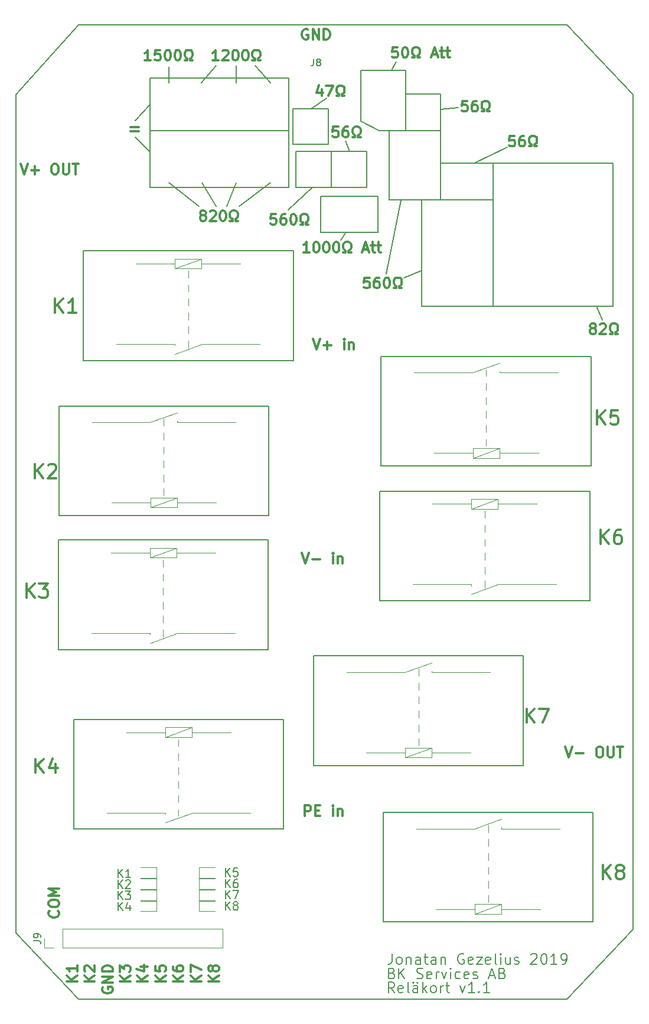
<source format=gbr>
G04 #@! TF.GenerationSoftware,KiCad,Pcbnew,(5.1.0)-1*
G04 #@! TF.CreationDate,2019-05-23T16:07:12+02:00*
G04 #@! TF.ProjectId,relay_card,72656c61-795f-4636-9172-642e6b696361,1.1*
G04 #@! TF.SameCoordinates,Original*
G04 #@! TF.FileFunction,Legend,Top*
G04 #@! TF.FilePolarity,Positive*
%FSLAX46Y46*%
G04 Gerber Fmt 4.6, Leading zero omitted, Abs format (unit mm)*
G04 Created by KiCad (PCBNEW (5.1.0)-1) date 2019-05-23 16:07:12*
%MOMM*%
%LPD*%
G04 APERTURE LIST*
%ADD10C,0.200000*%
%ADD11C,0.300000*%
%ADD12C,0.150000*%
%ADD13C,0.120000*%
G04 APERTURE END LIST*
D10*
X47314285Y-142342857D02*
X47314285Y-141142857D01*
X48000000Y-142342857D02*
X47485714Y-141657142D01*
X48000000Y-141142857D02*
X47314285Y-141828571D01*
X48685714Y-141657142D02*
X48571428Y-141600000D01*
X48514285Y-141542857D01*
X48457142Y-141428571D01*
X48457142Y-141371428D01*
X48514285Y-141257142D01*
X48571428Y-141200000D01*
X48685714Y-141142857D01*
X48914285Y-141142857D01*
X49028571Y-141200000D01*
X49085714Y-141257142D01*
X49142857Y-141371428D01*
X49142857Y-141428571D01*
X49085714Y-141542857D01*
X49028571Y-141600000D01*
X48914285Y-141657142D01*
X48685714Y-141657142D01*
X48571428Y-141714285D01*
X48514285Y-141771428D01*
X48457142Y-141885714D01*
X48457142Y-142114285D01*
X48514285Y-142228571D01*
X48571428Y-142285714D01*
X48685714Y-142342857D01*
X48914285Y-142342857D01*
X49028571Y-142285714D01*
X49085714Y-142228571D01*
X49142857Y-142114285D01*
X49142857Y-141885714D01*
X49085714Y-141771428D01*
X49028571Y-141714285D01*
X48914285Y-141657142D01*
X47314285Y-140742857D02*
X47314285Y-139542857D01*
X48000000Y-140742857D02*
X47485714Y-140057142D01*
X48000000Y-139542857D02*
X47314285Y-140228571D01*
X48400000Y-139542857D02*
X49200000Y-139542857D01*
X48685714Y-140742857D01*
X47314285Y-139142857D02*
X47314285Y-137942857D01*
X48000000Y-139142857D02*
X47485714Y-138457142D01*
X48000000Y-137942857D02*
X47314285Y-138628571D01*
X49028571Y-137942857D02*
X48800000Y-137942857D01*
X48685714Y-138000000D01*
X48628571Y-138057142D01*
X48514285Y-138228571D01*
X48457142Y-138457142D01*
X48457142Y-138914285D01*
X48514285Y-139028571D01*
X48571428Y-139085714D01*
X48685714Y-139142857D01*
X48914285Y-139142857D01*
X49028571Y-139085714D01*
X49085714Y-139028571D01*
X49142857Y-138914285D01*
X49142857Y-138628571D01*
X49085714Y-138514285D01*
X49028571Y-138457142D01*
X48914285Y-138400000D01*
X48685714Y-138400000D01*
X48571428Y-138457142D01*
X48514285Y-138514285D01*
X48457142Y-138628571D01*
X47314285Y-137542857D02*
X47314285Y-136342857D01*
X48000000Y-137542857D02*
X47485714Y-136857142D01*
X48000000Y-136342857D02*
X47314285Y-137028571D01*
X49085714Y-136342857D02*
X48514285Y-136342857D01*
X48457142Y-136914285D01*
X48514285Y-136857142D01*
X48628571Y-136800000D01*
X48914285Y-136800000D01*
X49028571Y-136857142D01*
X49085714Y-136914285D01*
X49142857Y-137028571D01*
X49142857Y-137314285D01*
X49085714Y-137428571D01*
X49028571Y-137485714D01*
X48914285Y-137542857D01*
X48628571Y-137542857D01*
X48514285Y-137485714D01*
X48457142Y-137428571D01*
X31901785Y-142442857D02*
X31901785Y-141242857D01*
X32587500Y-142442857D02*
X32073214Y-141757142D01*
X32587500Y-141242857D02*
X31901785Y-141928571D01*
X33616071Y-141642857D02*
X33616071Y-142442857D01*
X33330357Y-141185714D02*
X33044642Y-142042857D01*
X33787500Y-142042857D01*
X31901785Y-140842857D02*
X31901785Y-139642857D01*
X32587500Y-140842857D02*
X32073214Y-140157142D01*
X32587500Y-139642857D02*
X31901785Y-140328571D01*
X32987500Y-139642857D02*
X33730357Y-139642857D01*
X33330357Y-140100000D01*
X33501785Y-140100000D01*
X33616071Y-140157142D01*
X33673214Y-140214285D01*
X33730357Y-140328571D01*
X33730357Y-140614285D01*
X33673214Y-140728571D01*
X33616071Y-140785714D01*
X33501785Y-140842857D01*
X33158928Y-140842857D01*
X33044642Y-140785714D01*
X32987500Y-140728571D01*
X31901785Y-139242857D02*
X31901785Y-138042857D01*
X32587500Y-139242857D02*
X32073214Y-138557142D01*
X32587500Y-138042857D02*
X31901785Y-138728571D01*
X33044642Y-138157142D02*
X33101785Y-138100000D01*
X33216071Y-138042857D01*
X33501785Y-138042857D01*
X33616071Y-138100000D01*
X33673214Y-138157142D01*
X33730357Y-138271428D01*
X33730357Y-138385714D01*
X33673214Y-138557142D01*
X32987500Y-139242857D01*
X33730357Y-139242857D01*
X31914285Y-137642857D02*
X31914285Y-136442857D01*
X32600000Y-137642857D02*
X32085714Y-136957142D01*
X32600000Y-136442857D02*
X31914285Y-137128571D01*
X33742857Y-137642857D02*
X33057142Y-137642857D01*
X33400000Y-137642857D02*
X33400000Y-136442857D01*
X33285714Y-136614285D01*
X33171428Y-136728571D01*
X33057142Y-136785714D01*
D11*
X46378571Y-152566428D02*
X44878571Y-152566428D01*
X46378571Y-151709285D02*
X45521428Y-152352142D01*
X44878571Y-151709285D02*
X45735714Y-152566428D01*
X45521428Y-150852142D02*
X45450000Y-150995000D01*
X45378571Y-151066428D01*
X45235714Y-151137857D01*
X45164285Y-151137857D01*
X45021428Y-151066428D01*
X44950000Y-150995000D01*
X44878571Y-150852142D01*
X44878571Y-150566428D01*
X44950000Y-150423571D01*
X45021428Y-150352142D01*
X45164285Y-150280714D01*
X45235714Y-150280714D01*
X45378571Y-150352142D01*
X45450000Y-150423571D01*
X45521428Y-150566428D01*
X45521428Y-150852142D01*
X45592857Y-150995000D01*
X45664285Y-151066428D01*
X45807142Y-151137857D01*
X46092857Y-151137857D01*
X46235714Y-151066428D01*
X46307142Y-150995000D01*
X46378571Y-150852142D01*
X46378571Y-150566428D01*
X46307142Y-150423571D01*
X46235714Y-150352142D01*
X46092857Y-150280714D01*
X45807142Y-150280714D01*
X45664285Y-150352142D01*
X45592857Y-150423571D01*
X45521428Y-150566428D01*
X43878571Y-152566428D02*
X42378571Y-152566428D01*
X43878571Y-151709285D02*
X43021428Y-152352142D01*
X42378571Y-151709285D02*
X43235714Y-152566428D01*
X42378571Y-151209285D02*
X42378571Y-150209285D01*
X43878571Y-150852142D01*
X41278571Y-152566428D02*
X39778571Y-152566428D01*
X41278571Y-151709285D02*
X40421428Y-152352142D01*
X39778571Y-151709285D02*
X40635714Y-152566428D01*
X39778571Y-150423571D02*
X39778571Y-150709285D01*
X39850000Y-150852142D01*
X39921428Y-150923571D01*
X40135714Y-151066428D01*
X40421428Y-151137857D01*
X40992857Y-151137857D01*
X41135714Y-151066428D01*
X41207142Y-150995000D01*
X41278571Y-150852142D01*
X41278571Y-150566428D01*
X41207142Y-150423571D01*
X41135714Y-150352142D01*
X40992857Y-150280714D01*
X40635714Y-150280714D01*
X40492857Y-150352142D01*
X40421428Y-150423571D01*
X40350000Y-150566428D01*
X40350000Y-150852142D01*
X40421428Y-150995000D01*
X40492857Y-151066428D01*
X40635714Y-151137857D01*
X38778571Y-152566428D02*
X37278571Y-152566428D01*
X38778571Y-151709285D02*
X37921428Y-152352142D01*
X37278571Y-151709285D02*
X38135714Y-152566428D01*
X37278571Y-150352142D02*
X37278571Y-151066428D01*
X37992857Y-151137857D01*
X37921428Y-151066428D01*
X37850000Y-150923571D01*
X37850000Y-150566428D01*
X37921428Y-150423571D01*
X37992857Y-150352142D01*
X38135714Y-150280714D01*
X38492857Y-150280714D01*
X38635714Y-150352142D01*
X38707142Y-150423571D01*
X38778571Y-150566428D01*
X38778571Y-150923571D01*
X38707142Y-151066428D01*
X38635714Y-151137857D01*
X36178571Y-152566428D02*
X34678571Y-152566428D01*
X36178571Y-151709285D02*
X35321428Y-152352142D01*
X34678571Y-151709285D02*
X35535714Y-152566428D01*
X35178571Y-150423571D02*
X36178571Y-150423571D01*
X34607142Y-150780714D02*
X35678571Y-151137857D01*
X35678571Y-150209285D01*
X33678571Y-152566428D02*
X32178571Y-152566428D01*
X33678571Y-151709285D02*
X32821428Y-152352142D01*
X32178571Y-151709285D02*
X33035714Y-152566428D01*
X32178571Y-151209285D02*
X32178571Y-150280714D01*
X32750000Y-150780714D01*
X32750000Y-150566428D01*
X32821428Y-150423571D01*
X32892857Y-150352142D01*
X33035714Y-150280714D01*
X33392857Y-150280714D01*
X33535714Y-150352142D01*
X33607142Y-150423571D01*
X33678571Y-150566428D01*
X33678571Y-150995000D01*
X33607142Y-151137857D01*
X33535714Y-151209285D01*
X28578571Y-152566428D02*
X27078571Y-152566428D01*
X28578571Y-151709285D02*
X27721428Y-152352142D01*
X27078571Y-151709285D02*
X27935714Y-152566428D01*
X27221428Y-151137857D02*
X27150000Y-151066428D01*
X27078571Y-150923571D01*
X27078571Y-150566428D01*
X27150000Y-150423571D01*
X27221428Y-150352142D01*
X27364285Y-150280714D01*
X27507142Y-150280714D01*
X27721428Y-150352142D01*
X28578571Y-151209285D01*
X28578571Y-150280714D01*
X23335714Y-142466428D02*
X23407142Y-142537857D01*
X23478571Y-142752142D01*
X23478571Y-142895000D01*
X23407142Y-143109285D01*
X23264285Y-143252142D01*
X23121428Y-143323571D01*
X22835714Y-143395000D01*
X22621428Y-143395000D01*
X22335714Y-143323571D01*
X22192857Y-143252142D01*
X22050000Y-143109285D01*
X21978571Y-142895000D01*
X21978571Y-142752142D01*
X22050000Y-142537857D01*
X22121428Y-142466428D01*
X21978571Y-141537857D02*
X21978571Y-141252142D01*
X22050000Y-141109285D01*
X22192857Y-140966428D01*
X22478571Y-140895000D01*
X22978571Y-140895000D01*
X23264285Y-140966428D01*
X23407142Y-141109285D01*
X23478571Y-141252142D01*
X23478571Y-141537857D01*
X23407142Y-141680714D01*
X23264285Y-141823571D01*
X22978571Y-141895000D01*
X22478571Y-141895000D01*
X22192857Y-141823571D01*
X22050000Y-141680714D01*
X21978571Y-141537857D01*
X23478571Y-140252142D02*
X21978571Y-140252142D01*
X23050000Y-139752142D01*
X21978571Y-139252142D01*
X23478571Y-139252142D01*
D10*
X71544285Y-154178571D02*
X71044285Y-153464285D01*
X70687142Y-154178571D02*
X70687142Y-152678571D01*
X71258571Y-152678571D01*
X71401428Y-152750000D01*
X71472857Y-152821428D01*
X71544285Y-152964285D01*
X71544285Y-153178571D01*
X71472857Y-153321428D01*
X71401428Y-153392857D01*
X71258571Y-153464285D01*
X70687142Y-153464285D01*
X72758571Y-154107142D02*
X72615714Y-154178571D01*
X72330000Y-154178571D01*
X72187142Y-154107142D01*
X72115714Y-153964285D01*
X72115714Y-153392857D01*
X72187142Y-153250000D01*
X72330000Y-153178571D01*
X72615714Y-153178571D01*
X72758571Y-153250000D01*
X72830000Y-153392857D01*
X72830000Y-153535714D01*
X72115714Y-153678571D01*
X73687142Y-154178571D02*
X73544285Y-154107142D01*
X73472857Y-153964285D01*
X73472857Y-152678571D01*
X74901428Y-154178571D02*
X74901428Y-153392857D01*
X74830000Y-153250000D01*
X74687142Y-153178571D01*
X74401428Y-153178571D01*
X74258571Y-153250000D01*
X74901428Y-154107142D02*
X74758571Y-154178571D01*
X74401428Y-154178571D01*
X74258571Y-154107142D01*
X74187142Y-153964285D01*
X74187142Y-153821428D01*
X74258571Y-153678571D01*
X74401428Y-153607142D01*
X74758571Y-153607142D01*
X74901428Y-153535714D01*
X74258571Y-152678571D02*
X74330000Y-152750000D01*
X74258571Y-152821428D01*
X74187142Y-152750000D01*
X74258571Y-152678571D01*
X74258571Y-152821428D01*
X74830000Y-152678571D02*
X74901428Y-152750000D01*
X74830000Y-152821428D01*
X74758571Y-152750000D01*
X74830000Y-152678571D01*
X74830000Y-152821428D01*
X75615714Y-154178571D02*
X75615714Y-152678571D01*
X75758571Y-153607142D02*
X76187142Y-154178571D01*
X76187142Y-153178571D02*
X75615714Y-153750000D01*
X77044285Y-154178571D02*
X76901428Y-154107142D01*
X76830000Y-154035714D01*
X76758571Y-153892857D01*
X76758571Y-153464285D01*
X76830000Y-153321428D01*
X76901428Y-153250000D01*
X77044285Y-153178571D01*
X77258571Y-153178571D01*
X77401428Y-153250000D01*
X77472857Y-153321428D01*
X77544285Y-153464285D01*
X77544285Y-153892857D01*
X77472857Y-154035714D01*
X77401428Y-154107142D01*
X77258571Y-154178571D01*
X77044285Y-154178571D01*
X78187142Y-154178571D02*
X78187142Y-153178571D01*
X78187142Y-153464285D02*
X78258571Y-153321428D01*
X78330000Y-153250000D01*
X78472857Y-153178571D01*
X78615714Y-153178571D01*
X78901428Y-153178571D02*
X79472857Y-153178571D01*
X79115714Y-152678571D02*
X79115714Y-153964285D01*
X79187142Y-154107142D01*
X79330000Y-154178571D01*
X79472857Y-154178571D01*
X80972857Y-153178571D02*
X81330000Y-154178571D01*
X81687142Y-153178571D01*
X83044285Y-154178571D02*
X82187142Y-154178571D01*
X82615714Y-154178571D02*
X82615714Y-152678571D01*
X82472857Y-152892857D01*
X82330000Y-153035714D01*
X82187142Y-153107142D01*
X83687142Y-154035714D02*
X83758571Y-154107142D01*
X83687142Y-154178571D01*
X83615714Y-154107142D01*
X83687142Y-154035714D01*
X83687142Y-154178571D01*
X85187142Y-154178571D02*
X84330000Y-154178571D01*
X84758571Y-154178571D02*
X84758571Y-152678571D01*
X84615714Y-152892857D01*
X84472857Y-153035714D01*
X84330000Y-153107142D01*
X71187142Y-151392857D02*
X71401428Y-151464285D01*
X71472857Y-151535714D01*
X71544285Y-151678571D01*
X71544285Y-151892857D01*
X71472857Y-152035714D01*
X71401428Y-152107142D01*
X71258571Y-152178571D01*
X70687142Y-152178571D01*
X70687142Y-150678571D01*
X71187142Y-150678571D01*
X71330000Y-150750000D01*
X71401428Y-150821428D01*
X71472857Y-150964285D01*
X71472857Y-151107142D01*
X71401428Y-151250000D01*
X71330000Y-151321428D01*
X71187142Y-151392857D01*
X70687142Y-151392857D01*
X72187142Y-152178571D02*
X72187142Y-150678571D01*
X73044285Y-152178571D02*
X72401428Y-151321428D01*
X73044285Y-150678571D02*
X72187142Y-151535714D01*
X74758571Y-152107142D02*
X74972857Y-152178571D01*
X75330000Y-152178571D01*
X75472857Y-152107142D01*
X75544285Y-152035714D01*
X75615714Y-151892857D01*
X75615714Y-151750000D01*
X75544285Y-151607142D01*
X75472857Y-151535714D01*
X75330000Y-151464285D01*
X75044285Y-151392857D01*
X74901428Y-151321428D01*
X74830000Y-151250000D01*
X74758571Y-151107142D01*
X74758571Y-150964285D01*
X74830000Y-150821428D01*
X74901428Y-150750000D01*
X75044285Y-150678571D01*
X75401428Y-150678571D01*
X75615714Y-150750000D01*
X76830000Y-152107142D02*
X76687142Y-152178571D01*
X76401428Y-152178571D01*
X76258571Y-152107142D01*
X76187142Y-151964285D01*
X76187142Y-151392857D01*
X76258571Y-151250000D01*
X76401428Y-151178571D01*
X76687142Y-151178571D01*
X76830000Y-151250000D01*
X76901428Y-151392857D01*
X76901428Y-151535714D01*
X76187142Y-151678571D01*
X77544285Y-152178571D02*
X77544285Y-151178571D01*
X77544285Y-151464285D02*
X77615714Y-151321428D01*
X77687142Y-151250000D01*
X77830000Y-151178571D01*
X77972857Y-151178571D01*
X78330000Y-151178571D02*
X78687142Y-152178571D01*
X79044285Y-151178571D01*
X79615714Y-152178571D02*
X79615714Y-151178571D01*
X79615714Y-150678571D02*
X79544285Y-150750000D01*
X79615714Y-150821428D01*
X79687142Y-150750000D01*
X79615714Y-150678571D01*
X79615714Y-150821428D01*
X80972857Y-152107142D02*
X80830000Y-152178571D01*
X80544285Y-152178571D01*
X80401428Y-152107142D01*
X80330000Y-152035714D01*
X80258571Y-151892857D01*
X80258571Y-151464285D01*
X80330000Y-151321428D01*
X80401428Y-151250000D01*
X80544285Y-151178571D01*
X80830000Y-151178571D01*
X80972857Y-151250000D01*
X82187142Y-152107142D02*
X82044285Y-152178571D01*
X81758571Y-152178571D01*
X81615714Y-152107142D01*
X81544285Y-151964285D01*
X81544285Y-151392857D01*
X81615714Y-151250000D01*
X81758571Y-151178571D01*
X82044285Y-151178571D01*
X82187142Y-151250000D01*
X82258571Y-151392857D01*
X82258571Y-151535714D01*
X81544285Y-151678571D01*
X82830000Y-152107142D02*
X82972857Y-152178571D01*
X83258571Y-152178571D01*
X83401428Y-152107142D01*
X83472857Y-151964285D01*
X83472857Y-151892857D01*
X83401428Y-151750000D01*
X83258571Y-151678571D01*
X83044285Y-151678571D01*
X82901428Y-151607142D01*
X82830000Y-151464285D01*
X82830000Y-151392857D01*
X82901428Y-151250000D01*
X83044285Y-151178571D01*
X83258571Y-151178571D01*
X83401428Y-151250000D01*
X85187142Y-151750000D02*
X85901428Y-151750000D01*
X85044285Y-152178571D02*
X85544285Y-150678571D01*
X86044285Y-152178571D01*
X87044285Y-151392857D02*
X87258571Y-151464285D01*
X87330000Y-151535714D01*
X87401428Y-151678571D01*
X87401428Y-151892857D01*
X87330000Y-152035714D01*
X87258571Y-152107142D01*
X87115714Y-152178571D01*
X86544285Y-152178571D01*
X86544285Y-150678571D01*
X87044285Y-150678571D01*
X87187142Y-150750000D01*
X87258571Y-150821428D01*
X87330000Y-150964285D01*
X87330000Y-151107142D01*
X87258571Y-151250000D01*
X87187142Y-151321428D01*
X87044285Y-151392857D01*
X86544285Y-151392857D01*
X71215714Y-148578571D02*
X71215714Y-149650000D01*
X71144285Y-149864285D01*
X71001428Y-150007142D01*
X70787142Y-150078571D01*
X70644285Y-150078571D01*
X72144285Y-150078571D02*
X72001428Y-150007142D01*
X71930000Y-149935714D01*
X71858571Y-149792857D01*
X71858571Y-149364285D01*
X71930000Y-149221428D01*
X72001428Y-149150000D01*
X72144285Y-149078571D01*
X72358571Y-149078571D01*
X72501428Y-149150000D01*
X72572857Y-149221428D01*
X72644285Y-149364285D01*
X72644285Y-149792857D01*
X72572857Y-149935714D01*
X72501428Y-150007142D01*
X72358571Y-150078571D01*
X72144285Y-150078571D01*
X73287142Y-149078571D02*
X73287142Y-150078571D01*
X73287142Y-149221428D02*
X73358571Y-149150000D01*
X73501428Y-149078571D01*
X73715714Y-149078571D01*
X73858571Y-149150000D01*
X73930000Y-149292857D01*
X73930000Y-150078571D01*
X75287142Y-150078571D02*
X75287142Y-149292857D01*
X75215714Y-149150000D01*
X75072857Y-149078571D01*
X74787142Y-149078571D01*
X74644285Y-149150000D01*
X75287142Y-150007142D02*
X75144285Y-150078571D01*
X74787142Y-150078571D01*
X74644285Y-150007142D01*
X74572857Y-149864285D01*
X74572857Y-149721428D01*
X74644285Y-149578571D01*
X74787142Y-149507142D01*
X75144285Y-149507142D01*
X75287142Y-149435714D01*
X75787142Y-149078571D02*
X76358571Y-149078571D01*
X76001428Y-148578571D02*
X76001428Y-149864285D01*
X76072857Y-150007142D01*
X76215714Y-150078571D01*
X76358571Y-150078571D01*
X77501428Y-150078571D02*
X77501428Y-149292857D01*
X77430000Y-149150000D01*
X77287142Y-149078571D01*
X77001428Y-149078571D01*
X76858571Y-149150000D01*
X77501428Y-150007142D02*
X77358571Y-150078571D01*
X77001428Y-150078571D01*
X76858571Y-150007142D01*
X76787142Y-149864285D01*
X76787142Y-149721428D01*
X76858571Y-149578571D01*
X77001428Y-149507142D01*
X77358571Y-149507142D01*
X77501428Y-149435714D01*
X78215714Y-149078571D02*
X78215714Y-150078571D01*
X78215714Y-149221428D02*
X78287142Y-149150000D01*
X78430000Y-149078571D01*
X78644285Y-149078571D01*
X78787142Y-149150000D01*
X78858571Y-149292857D01*
X78858571Y-150078571D01*
X81501428Y-148650000D02*
X81358571Y-148578571D01*
X81144285Y-148578571D01*
X80930000Y-148650000D01*
X80787142Y-148792857D01*
X80715714Y-148935714D01*
X80644285Y-149221428D01*
X80644285Y-149435714D01*
X80715714Y-149721428D01*
X80787142Y-149864285D01*
X80930000Y-150007142D01*
X81144285Y-150078571D01*
X81287142Y-150078571D01*
X81501428Y-150007142D01*
X81572857Y-149935714D01*
X81572857Y-149435714D01*
X81287142Y-149435714D01*
X82787142Y-150007142D02*
X82644285Y-150078571D01*
X82358571Y-150078571D01*
X82215714Y-150007142D01*
X82144285Y-149864285D01*
X82144285Y-149292857D01*
X82215714Y-149150000D01*
X82358571Y-149078571D01*
X82644285Y-149078571D01*
X82787142Y-149150000D01*
X82858571Y-149292857D01*
X82858571Y-149435714D01*
X82144285Y-149578571D01*
X83358571Y-149078571D02*
X84144285Y-149078571D01*
X83358571Y-150078571D01*
X84144285Y-150078571D01*
X85287142Y-150007142D02*
X85144285Y-150078571D01*
X84858571Y-150078571D01*
X84715714Y-150007142D01*
X84644285Y-149864285D01*
X84644285Y-149292857D01*
X84715714Y-149150000D01*
X84858571Y-149078571D01*
X85144285Y-149078571D01*
X85287142Y-149150000D01*
X85358571Y-149292857D01*
X85358571Y-149435714D01*
X84644285Y-149578571D01*
X86215714Y-150078571D02*
X86072857Y-150007142D01*
X86001428Y-149864285D01*
X86001428Y-148578571D01*
X86787142Y-150078571D02*
X86787142Y-149078571D01*
X86787142Y-148578571D02*
X86715714Y-148650000D01*
X86787142Y-148721428D01*
X86858571Y-148650000D01*
X86787142Y-148578571D01*
X86787142Y-148721428D01*
X88144285Y-149078571D02*
X88144285Y-150078571D01*
X87501428Y-149078571D02*
X87501428Y-149864285D01*
X87572857Y-150007142D01*
X87715714Y-150078571D01*
X87930000Y-150078571D01*
X88072857Y-150007142D01*
X88144285Y-149935714D01*
X88787142Y-150007142D02*
X88930000Y-150078571D01*
X89215714Y-150078571D01*
X89358571Y-150007142D01*
X89430000Y-149864285D01*
X89430000Y-149792857D01*
X89358571Y-149650000D01*
X89215714Y-149578571D01*
X89001428Y-149578571D01*
X88858571Y-149507142D01*
X88787142Y-149364285D01*
X88787142Y-149292857D01*
X88858571Y-149150000D01*
X89001428Y-149078571D01*
X89215714Y-149078571D01*
X89358571Y-149150000D01*
X91144285Y-148721428D02*
X91215714Y-148650000D01*
X91358571Y-148578571D01*
X91715714Y-148578571D01*
X91858571Y-148650000D01*
X91930000Y-148721428D01*
X92001428Y-148864285D01*
X92001428Y-149007142D01*
X91930000Y-149221428D01*
X91072857Y-150078571D01*
X92001428Y-150078571D01*
X92930000Y-148578571D02*
X93072857Y-148578571D01*
X93215714Y-148650000D01*
X93287142Y-148721428D01*
X93358571Y-148864285D01*
X93430000Y-149150000D01*
X93430000Y-149507142D01*
X93358571Y-149792857D01*
X93287142Y-149935714D01*
X93215714Y-150007142D01*
X93072857Y-150078571D01*
X92930000Y-150078571D01*
X92787142Y-150007142D01*
X92715714Y-149935714D01*
X92644285Y-149792857D01*
X92572857Y-149507142D01*
X92572857Y-149150000D01*
X92644285Y-148864285D01*
X92715714Y-148721428D01*
X92787142Y-148650000D01*
X92930000Y-148578571D01*
X94858571Y-150078571D02*
X94001428Y-150078571D01*
X94430000Y-150078571D02*
X94430000Y-148578571D01*
X94287142Y-148792857D01*
X94144285Y-148935714D01*
X94001428Y-149007142D01*
X95572857Y-150078571D02*
X95858571Y-150078571D01*
X96001428Y-150007142D01*
X96072857Y-149935714D01*
X96215714Y-149721428D01*
X96287142Y-149435714D01*
X96287142Y-148864285D01*
X96215714Y-148721428D01*
X96144285Y-148650000D01*
X96001428Y-148578571D01*
X95715714Y-148578571D01*
X95572857Y-148650000D01*
X95501428Y-148721428D01*
X95430000Y-148864285D01*
X95430000Y-149221428D01*
X95501428Y-149364285D01*
X95572857Y-149435714D01*
X95715714Y-149507142D01*
X96001428Y-149507142D01*
X96144285Y-149435714D01*
X96215714Y-149364285D01*
X96287142Y-149221428D01*
D12*
X69400000Y-30700000D02*
X66700000Y-29400000D01*
D11*
X58721428Y-128878571D02*
X58721428Y-127378571D01*
X59292857Y-127378571D01*
X59435714Y-127450000D01*
X59507142Y-127521428D01*
X59578571Y-127664285D01*
X59578571Y-127878571D01*
X59507142Y-128021428D01*
X59435714Y-128092857D01*
X59292857Y-128164285D01*
X58721428Y-128164285D01*
X60221428Y-128092857D02*
X60721428Y-128092857D01*
X60935714Y-128878571D02*
X60221428Y-128878571D01*
X60221428Y-127378571D01*
X60935714Y-127378571D01*
X62721428Y-128878571D02*
X62721428Y-127878571D01*
X62721428Y-127378571D02*
X62650000Y-127450000D01*
X62721428Y-127521428D01*
X62792857Y-127450000D01*
X62721428Y-127378571D01*
X62721428Y-127521428D01*
X63435714Y-127878571D02*
X63435714Y-128878571D01*
X63435714Y-128021428D02*
X63507142Y-127950000D01*
X63650000Y-127878571D01*
X63864285Y-127878571D01*
X64007142Y-127950000D01*
X64078571Y-128092857D01*
X64078571Y-128878571D01*
X58264285Y-91178571D02*
X58764285Y-92678571D01*
X59264285Y-91178571D01*
X59764285Y-92107142D02*
X60907142Y-92107142D01*
X62764285Y-92678571D02*
X62764285Y-91678571D01*
X62764285Y-91178571D02*
X62692857Y-91250000D01*
X62764285Y-91321428D01*
X62835714Y-91250000D01*
X62764285Y-91178571D01*
X62764285Y-91321428D01*
X63478571Y-91678571D02*
X63478571Y-92678571D01*
X63478571Y-91821428D02*
X63550000Y-91750000D01*
X63692857Y-91678571D01*
X63907142Y-91678571D01*
X64050000Y-91750000D01*
X64121428Y-91892857D01*
X64121428Y-92678571D01*
X59864285Y-60578571D02*
X60364285Y-62078571D01*
X60864285Y-60578571D01*
X61364285Y-61507142D02*
X62507142Y-61507142D01*
X61935714Y-62078571D02*
X61935714Y-60935714D01*
X64364285Y-62078571D02*
X64364285Y-61078571D01*
X64364285Y-60578571D02*
X64292857Y-60650000D01*
X64364285Y-60721428D01*
X64435714Y-60650000D01*
X64364285Y-60578571D01*
X64364285Y-60721428D01*
X65078571Y-61078571D02*
X65078571Y-62078571D01*
X65078571Y-61221428D02*
X65150000Y-61150000D01*
X65292857Y-61078571D01*
X65507142Y-61078571D01*
X65650000Y-61150000D01*
X65721428Y-61292857D01*
X65721428Y-62078571D01*
D12*
X71800000Y-20800000D02*
X71100000Y-22100000D01*
X73200000Y-22100000D02*
X73200000Y-25600000D01*
X66700000Y-22100000D02*
X73200000Y-22100000D01*
X66700000Y-29400000D02*
X66700000Y-22100000D01*
X70800000Y-30700000D02*
X69400000Y-30700000D01*
X64600000Y-45300000D02*
X63900000Y-46400000D01*
X69200000Y-45300000D02*
X69200000Y-40100000D01*
X61000000Y-45300000D02*
X69200000Y-45300000D01*
X61000000Y-40100000D02*
X61000000Y-45300000D01*
X69200000Y-40100000D02*
X61000000Y-40100000D01*
X56300000Y-42100000D02*
X59800000Y-38900000D01*
X64500000Y-32200000D02*
X65100000Y-33700000D01*
X61800000Y-26100000D02*
X59600000Y-27600000D01*
D11*
X33728571Y-30257142D02*
X34871428Y-30257142D01*
X34871428Y-30828571D02*
X33728571Y-30828571D01*
D12*
X36500000Y-33800000D02*
X34400000Y-31700000D01*
X36500000Y-27000000D02*
X34400000Y-29300000D01*
X53800000Y-23900000D02*
X51600000Y-21400000D01*
X48900000Y-23900000D02*
X48900000Y-21400000D01*
X43900000Y-23900000D02*
X46000000Y-21400000D01*
X39200000Y-23900000D02*
X39200000Y-21600000D01*
X39200000Y-38200000D02*
X43500000Y-41600000D01*
X44000000Y-38200000D02*
X46000000Y-41600000D01*
X48900000Y-38200000D02*
X47500000Y-41600000D01*
X53800000Y-38200000D02*
X49300000Y-41600000D01*
D11*
X36628571Y-20678571D02*
X35771428Y-20678571D01*
X36200000Y-20678571D02*
X36200000Y-19178571D01*
X36057142Y-19392857D01*
X35914285Y-19535714D01*
X35771428Y-19607142D01*
X37985714Y-19178571D02*
X37271428Y-19178571D01*
X37200000Y-19892857D01*
X37271428Y-19821428D01*
X37414285Y-19750000D01*
X37771428Y-19750000D01*
X37914285Y-19821428D01*
X37985714Y-19892857D01*
X38057142Y-20035714D01*
X38057142Y-20392857D01*
X37985714Y-20535714D01*
X37914285Y-20607142D01*
X37771428Y-20678571D01*
X37414285Y-20678571D01*
X37271428Y-20607142D01*
X37200000Y-20535714D01*
X38985714Y-19178571D02*
X39128571Y-19178571D01*
X39271428Y-19250000D01*
X39342857Y-19321428D01*
X39414285Y-19464285D01*
X39485714Y-19750000D01*
X39485714Y-20107142D01*
X39414285Y-20392857D01*
X39342857Y-20535714D01*
X39271428Y-20607142D01*
X39128571Y-20678571D01*
X38985714Y-20678571D01*
X38842857Y-20607142D01*
X38771428Y-20535714D01*
X38700000Y-20392857D01*
X38628571Y-20107142D01*
X38628571Y-19750000D01*
X38700000Y-19464285D01*
X38771428Y-19321428D01*
X38842857Y-19250000D01*
X38985714Y-19178571D01*
X40414285Y-19178571D02*
X40557142Y-19178571D01*
X40700000Y-19250000D01*
X40771428Y-19321428D01*
X40842857Y-19464285D01*
X40914285Y-19750000D01*
X40914285Y-20107142D01*
X40842857Y-20392857D01*
X40771428Y-20535714D01*
X40700000Y-20607142D01*
X40557142Y-20678571D01*
X40414285Y-20678571D01*
X40271428Y-20607142D01*
X40200000Y-20535714D01*
X40128571Y-20392857D01*
X40057142Y-20107142D01*
X40057142Y-19750000D01*
X40128571Y-19464285D01*
X40200000Y-19321428D01*
X40271428Y-19250000D01*
X40414285Y-19178571D01*
X41485714Y-20678571D02*
X41842857Y-20678571D01*
X41842857Y-20392857D01*
X41700000Y-20321428D01*
X41557142Y-20178571D01*
X41485714Y-19964285D01*
X41485714Y-19607142D01*
X41557142Y-19392857D01*
X41700000Y-19250000D01*
X41914285Y-19178571D01*
X42200000Y-19178571D01*
X42414285Y-19250000D01*
X42557142Y-19392857D01*
X42628571Y-19607142D01*
X42628571Y-19964285D01*
X42557142Y-20178571D01*
X42414285Y-20321428D01*
X42271428Y-20392857D01*
X42271428Y-20678571D01*
X42628571Y-20678571D01*
X46328571Y-20678571D02*
X45471428Y-20678571D01*
X45900000Y-20678571D02*
X45900000Y-19178571D01*
X45757142Y-19392857D01*
X45614285Y-19535714D01*
X45471428Y-19607142D01*
X46900000Y-19321428D02*
X46971428Y-19250000D01*
X47114285Y-19178571D01*
X47471428Y-19178571D01*
X47614285Y-19250000D01*
X47685714Y-19321428D01*
X47757142Y-19464285D01*
X47757142Y-19607142D01*
X47685714Y-19821428D01*
X46828571Y-20678571D01*
X47757142Y-20678571D01*
X48685714Y-19178571D02*
X48828571Y-19178571D01*
X48971428Y-19250000D01*
X49042857Y-19321428D01*
X49114285Y-19464285D01*
X49185714Y-19750000D01*
X49185714Y-20107142D01*
X49114285Y-20392857D01*
X49042857Y-20535714D01*
X48971428Y-20607142D01*
X48828571Y-20678571D01*
X48685714Y-20678571D01*
X48542857Y-20607142D01*
X48471428Y-20535714D01*
X48400000Y-20392857D01*
X48328571Y-20107142D01*
X48328571Y-19750000D01*
X48400000Y-19464285D01*
X48471428Y-19321428D01*
X48542857Y-19250000D01*
X48685714Y-19178571D01*
X50114285Y-19178571D02*
X50257142Y-19178571D01*
X50400000Y-19250000D01*
X50471428Y-19321428D01*
X50542857Y-19464285D01*
X50614285Y-19750000D01*
X50614285Y-20107142D01*
X50542857Y-20392857D01*
X50471428Y-20535714D01*
X50400000Y-20607142D01*
X50257142Y-20678571D01*
X50114285Y-20678571D01*
X49971428Y-20607142D01*
X49900000Y-20535714D01*
X49828571Y-20392857D01*
X49757142Y-20107142D01*
X49757142Y-19750000D01*
X49828571Y-19464285D01*
X49900000Y-19321428D01*
X49971428Y-19250000D01*
X50114285Y-19178571D01*
X51185714Y-20678571D02*
X51542857Y-20678571D01*
X51542857Y-20392857D01*
X51400000Y-20321428D01*
X51257142Y-20178571D01*
X51185714Y-19964285D01*
X51185714Y-19607142D01*
X51257142Y-19392857D01*
X51400000Y-19250000D01*
X51614285Y-19178571D01*
X51900000Y-19178571D01*
X52114285Y-19250000D01*
X52257142Y-19392857D01*
X52328571Y-19607142D01*
X52328571Y-19964285D01*
X52257142Y-20178571D01*
X52114285Y-20321428D01*
X51971428Y-20392857D01*
X51971428Y-20678571D01*
X52328571Y-20678571D01*
X43971428Y-42821428D02*
X43828571Y-42750000D01*
X43757142Y-42678571D01*
X43685714Y-42535714D01*
X43685714Y-42464285D01*
X43757142Y-42321428D01*
X43828571Y-42250000D01*
X43971428Y-42178571D01*
X44257142Y-42178571D01*
X44400000Y-42250000D01*
X44471428Y-42321428D01*
X44542857Y-42464285D01*
X44542857Y-42535714D01*
X44471428Y-42678571D01*
X44400000Y-42750000D01*
X44257142Y-42821428D01*
X43971428Y-42821428D01*
X43828571Y-42892857D01*
X43757142Y-42964285D01*
X43685714Y-43107142D01*
X43685714Y-43392857D01*
X43757142Y-43535714D01*
X43828571Y-43607142D01*
X43971428Y-43678571D01*
X44257142Y-43678571D01*
X44400000Y-43607142D01*
X44471428Y-43535714D01*
X44542857Y-43392857D01*
X44542857Y-43107142D01*
X44471428Y-42964285D01*
X44400000Y-42892857D01*
X44257142Y-42821428D01*
X45114285Y-42321428D02*
X45185714Y-42250000D01*
X45328571Y-42178571D01*
X45685714Y-42178571D01*
X45828571Y-42250000D01*
X45900000Y-42321428D01*
X45971428Y-42464285D01*
X45971428Y-42607142D01*
X45900000Y-42821428D01*
X45042857Y-43678571D01*
X45971428Y-43678571D01*
X46900000Y-42178571D02*
X47042857Y-42178571D01*
X47185714Y-42250000D01*
X47257142Y-42321428D01*
X47328571Y-42464285D01*
X47400000Y-42750000D01*
X47400000Y-43107142D01*
X47328571Y-43392857D01*
X47257142Y-43535714D01*
X47185714Y-43607142D01*
X47042857Y-43678571D01*
X46900000Y-43678571D01*
X46757142Y-43607142D01*
X46685714Y-43535714D01*
X46614285Y-43392857D01*
X46542857Y-43107142D01*
X46542857Y-42750000D01*
X46614285Y-42464285D01*
X46685714Y-42321428D01*
X46757142Y-42250000D01*
X46900000Y-42178571D01*
X47971428Y-43678571D02*
X48328571Y-43678571D01*
X48328571Y-43392857D01*
X48185714Y-43321428D01*
X48042857Y-43178571D01*
X47971428Y-42964285D01*
X47971428Y-42607142D01*
X48042857Y-42392857D01*
X48185714Y-42250000D01*
X48400000Y-42178571D01*
X48685714Y-42178571D01*
X48900000Y-42250000D01*
X49042857Y-42392857D01*
X49114285Y-42607142D01*
X49114285Y-42964285D01*
X49042857Y-43178571D01*
X48900000Y-43321428D01*
X48757142Y-43392857D01*
X48757142Y-43678571D01*
X49114285Y-43678571D01*
X54571428Y-42678571D02*
X53857142Y-42678571D01*
X53785714Y-43392857D01*
X53857142Y-43321428D01*
X54000000Y-43250000D01*
X54357142Y-43250000D01*
X54500000Y-43321428D01*
X54571428Y-43392857D01*
X54642857Y-43535714D01*
X54642857Y-43892857D01*
X54571428Y-44035714D01*
X54500000Y-44107142D01*
X54357142Y-44178571D01*
X54000000Y-44178571D01*
X53857142Y-44107142D01*
X53785714Y-44035714D01*
X55928571Y-42678571D02*
X55642857Y-42678571D01*
X55500000Y-42750000D01*
X55428571Y-42821428D01*
X55285714Y-43035714D01*
X55214285Y-43321428D01*
X55214285Y-43892857D01*
X55285714Y-44035714D01*
X55357142Y-44107142D01*
X55500000Y-44178571D01*
X55785714Y-44178571D01*
X55928571Y-44107142D01*
X56000000Y-44035714D01*
X56071428Y-43892857D01*
X56071428Y-43535714D01*
X56000000Y-43392857D01*
X55928571Y-43321428D01*
X55785714Y-43250000D01*
X55500000Y-43250000D01*
X55357142Y-43321428D01*
X55285714Y-43392857D01*
X55214285Y-43535714D01*
X57000000Y-42678571D02*
X57142857Y-42678571D01*
X57285714Y-42750000D01*
X57357142Y-42821428D01*
X57428571Y-42964285D01*
X57500000Y-43250000D01*
X57500000Y-43607142D01*
X57428571Y-43892857D01*
X57357142Y-44035714D01*
X57285714Y-44107142D01*
X57142857Y-44178571D01*
X57000000Y-44178571D01*
X56857142Y-44107142D01*
X56785714Y-44035714D01*
X56714285Y-43892857D01*
X56642857Y-43607142D01*
X56642857Y-43250000D01*
X56714285Y-42964285D01*
X56785714Y-42821428D01*
X56857142Y-42750000D01*
X57000000Y-42678571D01*
X58071428Y-44178571D02*
X58428571Y-44178571D01*
X58428571Y-43892857D01*
X58285714Y-43821428D01*
X58142857Y-43678571D01*
X58071428Y-43464285D01*
X58071428Y-43107142D01*
X58142857Y-42892857D01*
X58285714Y-42750000D01*
X58500000Y-42678571D01*
X58785714Y-42678571D01*
X59000000Y-42750000D01*
X59142857Y-42892857D01*
X59214285Y-43107142D01*
X59214285Y-43464285D01*
X59142857Y-43678571D01*
X59000000Y-43821428D01*
X58857142Y-43892857D01*
X58857142Y-44178571D01*
X59214285Y-44178571D01*
X61114285Y-24778571D02*
X61114285Y-25778571D01*
X60757142Y-24207142D02*
X60400000Y-25278571D01*
X61328571Y-25278571D01*
X61757142Y-24278571D02*
X62757142Y-24278571D01*
X62114285Y-25778571D01*
X63257142Y-25778571D02*
X63614285Y-25778571D01*
X63614285Y-25492857D01*
X63471428Y-25421428D01*
X63328571Y-25278571D01*
X63257142Y-25064285D01*
X63257142Y-24707142D01*
X63328571Y-24492857D01*
X63471428Y-24350000D01*
X63685714Y-24278571D01*
X63971428Y-24278571D01*
X64185714Y-24350000D01*
X64328571Y-24492857D01*
X64400000Y-24707142D01*
X64400000Y-25064285D01*
X64328571Y-25278571D01*
X64185714Y-25421428D01*
X64042857Y-25492857D01*
X64042857Y-25778571D01*
X64400000Y-25778571D01*
X63485714Y-30178571D02*
X62771428Y-30178571D01*
X62700000Y-30892857D01*
X62771428Y-30821428D01*
X62914285Y-30750000D01*
X63271428Y-30750000D01*
X63414285Y-30821428D01*
X63485714Y-30892857D01*
X63557142Y-31035714D01*
X63557142Y-31392857D01*
X63485714Y-31535714D01*
X63414285Y-31607142D01*
X63271428Y-31678571D01*
X62914285Y-31678571D01*
X62771428Y-31607142D01*
X62700000Y-31535714D01*
X64842857Y-30178571D02*
X64557142Y-30178571D01*
X64414285Y-30250000D01*
X64342857Y-30321428D01*
X64200000Y-30535714D01*
X64128571Y-30821428D01*
X64128571Y-31392857D01*
X64200000Y-31535714D01*
X64271428Y-31607142D01*
X64414285Y-31678571D01*
X64700000Y-31678571D01*
X64842857Y-31607142D01*
X64914285Y-31535714D01*
X64985714Y-31392857D01*
X64985714Y-31035714D01*
X64914285Y-30892857D01*
X64842857Y-30821428D01*
X64700000Y-30750000D01*
X64414285Y-30750000D01*
X64271428Y-30821428D01*
X64200000Y-30892857D01*
X64128571Y-31035714D01*
X65557142Y-31678571D02*
X65914285Y-31678571D01*
X65914285Y-31392857D01*
X65771428Y-31321428D01*
X65628571Y-31178571D01*
X65557142Y-30964285D01*
X65557142Y-30607142D01*
X65628571Y-30392857D01*
X65771428Y-30250000D01*
X65985714Y-30178571D01*
X66271428Y-30178571D01*
X66485714Y-30250000D01*
X66628571Y-30392857D01*
X66700000Y-30607142D01*
X66700000Y-30964285D01*
X66628571Y-31178571D01*
X66485714Y-31321428D01*
X66342857Y-31392857D01*
X66342857Y-31678571D01*
X66700000Y-31678571D01*
D12*
X101400000Y-57800000D02*
X100500000Y-55900000D01*
X80700000Y-27400000D02*
X78200000Y-27700000D01*
X87700000Y-33100000D02*
X83000000Y-35400000D01*
X72900000Y-51800000D02*
X75400000Y-50800000D01*
X70400000Y-51200000D02*
X72500000Y-40700000D01*
D11*
X88785714Y-31478571D02*
X88071428Y-31478571D01*
X88000000Y-32192857D01*
X88071428Y-32121428D01*
X88214285Y-32050000D01*
X88571428Y-32050000D01*
X88714285Y-32121428D01*
X88785714Y-32192857D01*
X88857142Y-32335714D01*
X88857142Y-32692857D01*
X88785714Y-32835714D01*
X88714285Y-32907142D01*
X88571428Y-32978571D01*
X88214285Y-32978571D01*
X88071428Y-32907142D01*
X88000000Y-32835714D01*
X90142857Y-31478571D02*
X89857142Y-31478571D01*
X89714285Y-31550000D01*
X89642857Y-31621428D01*
X89500000Y-31835714D01*
X89428571Y-32121428D01*
X89428571Y-32692857D01*
X89500000Y-32835714D01*
X89571428Y-32907142D01*
X89714285Y-32978571D01*
X90000000Y-32978571D01*
X90142857Y-32907142D01*
X90214285Y-32835714D01*
X90285714Y-32692857D01*
X90285714Y-32335714D01*
X90214285Y-32192857D01*
X90142857Y-32121428D01*
X90000000Y-32050000D01*
X89714285Y-32050000D01*
X89571428Y-32121428D01*
X89500000Y-32192857D01*
X89428571Y-32335714D01*
X90857142Y-32978571D02*
X91214285Y-32978571D01*
X91214285Y-32692857D01*
X91071428Y-32621428D01*
X90928571Y-32478571D01*
X90857142Y-32264285D01*
X90857142Y-31907142D01*
X90928571Y-31692857D01*
X91071428Y-31550000D01*
X91285714Y-31478571D01*
X91571428Y-31478571D01*
X91785714Y-31550000D01*
X91928571Y-31692857D01*
X92000000Y-31907142D01*
X92000000Y-32264285D01*
X91928571Y-32478571D01*
X91785714Y-32621428D01*
X91642857Y-32692857D01*
X91642857Y-32978571D01*
X92000000Y-32978571D01*
X81985714Y-26478571D02*
X81271428Y-26478571D01*
X81200000Y-27192857D01*
X81271428Y-27121428D01*
X81414285Y-27050000D01*
X81771428Y-27050000D01*
X81914285Y-27121428D01*
X81985714Y-27192857D01*
X82057142Y-27335714D01*
X82057142Y-27692857D01*
X81985714Y-27835714D01*
X81914285Y-27907142D01*
X81771428Y-27978571D01*
X81414285Y-27978571D01*
X81271428Y-27907142D01*
X81200000Y-27835714D01*
X83342857Y-26478571D02*
X83057142Y-26478571D01*
X82914285Y-26550000D01*
X82842857Y-26621428D01*
X82700000Y-26835714D01*
X82628571Y-27121428D01*
X82628571Y-27692857D01*
X82700000Y-27835714D01*
X82771428Y-27907142D01*
X82914285Y-27978571D01*
X83200000Y-27978571D01*
X83342857Y-27907142D01*
X83414285Y-27835714D01*
X83485714Y-27692857D01*
X83485714Y-27335714D01*
X83414285Y-27192857D01*
X83342857Y-27121428D01*
X83200000Y-27050000D01*
X82914285Y-27050000D01*
X82771428Y-27121428D01*
X82700000Y-27192857D01*
X82628571Y-27335714D01*
X84057142Y-27978571D02*
X84414285Y-27978571D01*
X84414285Y-27692857D01*
X84271428Y-27621428D01*
X84128571Y-27478571D01*
X84057142Y-27264285D01*
X84057142Y-26907142D01*
X84128571Y-26692857D01*
X84271428Y-26550000D01*
X84485714Y-26478571D01*
X84771428Y-26478571D01*
X84985714Y-26550000D01*
X85128571Y-26692857D01*
X85200000Y-26907142D01*
X85200000Y-27264285D01*
X85128571Y-27478571D01*
X84985714Y-27621428D01*
X84842857Y-27692857D01*
X84842857Y-27978571D01*
X85200000Y-27978571D01*
X67971428Y-51778571D02*
X67257142Y-51778571D01*
X67185714Y-52492857D01*
X67257142Y-52421428D01*
X67400000Y-52350000D01*
X67757142Y-52350000D01*
X67900000Y-52421428D01*
X67971428Y-52492857D01*
X68042857Y-52635714D01*
X68042857Y-52992857D01*
X67971428Y-53135714D01*
X67900000Y-53207142D01*
X67757142Y-53278571D01*
X67400000Y-53278571D01*
X67257142Y-53207142D01*
X67185714Y-53135714D01*
X69328571Y-51778571D02*
X69042857Y-51778571D01*
X68900000Y-51850000D01*
X68828571Y-51921428D01*
X68685714Y-52135714D01*
X68614285Y-52421428D01*
X68614285Y-52992857D01*
X68685714Y-53135714D01*
X68757142Y-53207142D01*
X68900000Y-53278571D01*
X69185714Y-53278571D01*
X69328571Y-53207142D01*
X69400000Y-53135714D01*
X69471428Y-52992857D01*
X69471428Y-52635714D01*
X69400000Y-52492857D01*
X69328571Y-52421428D01*
X69185714Y-52350000D01*
X68900000Y-52350000D01*
X68757142Y-52421428D01*
X68685714Y-52492857D01*
X68614285Y-52635714D01*
X70400000Y-51778571D02*
X70542857Y-51778571D01*
X70685714Y-51850000D01*
X70757142Y-51921428D01*
X70828571Y-52064285D01*
X70900000Y-52350000D01*
X70900000Y-52707142D01*
X70828571Y-52992857D01*
X70757142Y-53135714D01*
X70685714Y-53207142D01*
X70542857Y-53278571D01*
X70400000Y-53278571D01*
X70257142Y-53207142D01*
X70185714Y-53135714D01*
X70114285Y-52992857D01*
X70042857Y-52707142D01*
X70042857Y-52350000D01*
X70114285Y-52064285D01*
X70185714Y-51921428D01*
X70257142Y-51850000D01*
X70400000Y-51778571D01*
X71471428Y-53278571D02*
X71828571Y-53278571D01*
X71828571Y-52992857D01*
X71685714Y-52921428D01*
X71542857Y-52778571D01*
X71471428Y-52564285D01*
X71471428Y-52207142D01*
X71542857Y-51992857D01*
X71685714Y-51850000D01*
X71900000Y-51778571D01*
X72185714Y-51778571D01*
X72400000Y-51850000D01*
X72542857Y-51992857D01*
X72614285Y-52207142D01*
X72614285Y-52564285D01*
X72542857Y-52778571D01*
X72400000Y-52921428D01*
X72257142Y-52992857D01*
X72257142Y-53278571D01*
X72614285Y-53278571D01*
X99885714Y-59021428D02*
X99742857Y-58950000D01*
X99671428Y-58878571D01*
X99600000Y-58735714D01*
X99600000Y-58664285D01*
X99671428Y-58521428D01*
X99742857Y-58450000D01*
X99885714Y-58378571D01*
X100171428Y-58378571D01*
X100314285Y-58450000D01*
X100385714Y-58521428D01*
X100457142Y-58664285D01*
X100457142Y-58735714D01*
X100385714Y-58878571D01*
X100314285Y-58950000D01*
X100171428Y-59021428D01*
X99885714Y-59021428D01*
X99742857Y-59092857D01*
X99671428Y-59164285D01*
X99600000Y-59307142D01*
X99600000Y-59592857D01*
X99671428Y-59735714D01*
X99742857Y-59807142D01*
X99885714Y-59878571D01*
X100171428Y-59878571D01*
X100314285Y-59807142D01*
X100385714Y-59735714D01*
X100457142Y-59592857D01*
X100457142Y-59307142D01*
X100385714Y-59164285D01*
X100314285Y-59092857D01*
X100171428Y-59021428D01*
X101028571Y-58521428D02*
X101100000Y-58450000D01*
X101242857Y-58378571D01*
X101600000Y-58378571D01*
X101742857Y-58450000D01*
X101814285Y-58521428D01*
X101885714Y-58664285D01*
X101885714Y-58807142D01*
X101814285Y-59021428D01*
X100957142Y-59878571D01*
X101885714Y-59878571D01*
X102457142Y-59878571D02*
X102814285Y-59878571D01*
X102814285Y-59592857D01*
X102671428Y-59521428D01*
X102528571Y-59378571D01*
X102457142Y-59164285D01*
X102457142Y-58807142D01*
X102528571Y-58592857D01*
X102671428Y-58450000D01*
X102885714Y-58378571D01*
X103171428Y-58378571D01*
X103385714Y-58450000D01*
X103528571Y-58592857D01*
X103600000Y-58807142D01*
X103600000Y-59164285D01*
X103528571Y-59378571D01*
X103385714Y-59521428D01*
X103242857Y-59592857D01*
X103242857Y-59878571D01*
X103600000Y-59878571D01*
D12*
X36500000Y-38900000D02*
X56400000Y-38900000D01*
X73200000Y-25500000D02*
X73200000Y-30700000D01*
X78200000Y-25500000D02*
X73200000Y-25500000D01*
X102900000Y-55900000D02*
X75500000Y-55900000D01*
X102900000Y-35400000D02*
X102900000Y-55900000D01*
X85600000Y-35400000D02*
X102900000Y-35400000D01*
X75500000Y-55900000D02*
X75500000Y-40600000D01*
X85700000Y-35400000D02*
X85700000Y-55900000D01*
X85600000Y-35400000D02*
X78200000Y-35400000D01*
X70800000Y-40600000D02*
X85700000Y-40600000D01*
X70800000Y-30700000D02*
X70800000Y-40600000D01*
X78200000Y-30700000D02*
X70800000Y-30700000D01*
X78200000Y-40600000D02*
X78200000Y-25500000D01*
X62100000Y-27600000D02*
X57000000Y-27600000D01*
X62100000Y-32700000D02*
X62100000Y-27600000D01*
X57000000Y-32700000D02*
X62100000Y-32700000D01*
X57000000Y-27600000D02*
X57000000Y-32700000D01*
X67600000Y-38900000D02*
X62500000Y-38900000D01*
X67600000Y-33700000D02*
X67600000Y-38900000D01*
X62500000Y-33700000D02*
X67600000Y-33700000D01*
X57400000Y-38900000D02*
X62500000Y-38900000D01*
X57400000Y-33700000D02*
X57400000Y-38900000D01*
X62500000Y-33700000D02*
X57400000Y-33700000D01*
X62500000Y-38900000D02*
X62500000Y-33700000D01*
X36500000Y-38900000D02*
X36500000Y-23200000D01*
X56400000Y-30700000D02*
X36500000Y-30700000D01*
X56400000Y-23200000D02*
X56400000Y-38900000D01*
X36500000Y-23200000D02*
X56400000Y-23200000D01*
D11*
X59357142Y-48178571D02*
X58500000Y-48178571D01*
X58928571Y-48178571D02*
X58928571Y-46678571D01*
X58785714Y-46892857D01*
X58642857Y-47035714D01*
X58500000Y-47107142D01*
X60285714Y-46678571D02*
X60428571Y-46678571D01*
X60571428Y-46750000D01*
X60642857Y-46821428D01*
X60714285Y-46964285D01*
X60785714Y-47250000D01*
X60785714Y-47607142D01*
X60714285Y-47892857D01*
X60642857Y-48035714D01*
X60571428Y-48107142D01*
X60428571Y-48178571D01*
X60285714Y-48178571D01*
X60142857Y-48107142D01*
X60071428Y-48035714D01*
X60000000Y-47892857D01*
X59928571Y-47607142D01*
X59928571Y-47250000D01*
X60000000Y-46964285D01*
X60071428Y-46821428D01*
X60142857Y-46750000D01*
X60285714Y-46678571D01*
X61714285Y-46678571D02*
X61857142Y-46678571D01*
X62000000Y-46750000D01*
X62071428Y-46821428D01*
X62142857Y-46964285D01*
X62214285Y-47250000D01*
X62214285Y-47607142D01*
X62142857Y-47892857D01*
X62071428Y-48035714D01*
X62000000Y-48107142D01*
X61857142Y-48178571D01*
X61714285Y-48178571D01*
X61571428Y-48107142D01*
X61500000Y-48035714D01*
X61428571Y-47892857D01*
X61357142Y-47607142D01*
X61357142Y-47250000D01*
X61428571Y-46964285D01*
X61500000Y-46821428D01*
X61571428Y-46750000D01*
X61714285Y-46678571D01*
X63142857Y-46678571D02*
X63285714Y-46678571D01*
X63428571Y-46750000D01*
X63500000Y-46821428D01*
X63571428Y-46964285D01*
X63642857Y-47250000D01*
X63642857Y-47607142D01*
X63571428Y-47892857D01*
X63500000Y-48035714D01*
X63428571Y-48107142D01*
X63285714Y-48178571D01*
X63142857Y-48178571D01*
X63000000Y-48107142D01*
X62928571Y-48035714D01*
X62857142Y-47892857D01*
X62785714Y-47607142D01*
X62785714Y-47250000D01*
X62857142Y-46964285D01*
X62928571Y-46821428D01*
X63000000Y-46750000D01*
X63142857Y-46678571D01*
X64214285Y-48178571D02*
X64571428Y-48178571D01*
X64571428Y-47892857D01*
X64428571Y-47821428D01*
X64285714Y-47678571D01*
X64214285Y-47464285D01*
X64214285Y-47107142D01*
X64285714Y-46892857D01*
X64428571Y-46750000D01*
X64642857Y-46678571D01*
X64928571Y-46678571D01*
X65142857Y-46750000D01*
X65285714Y-46892857D01*
X65357142Y-47107142D01*
X65357142Y-47464285D01*
X65285714Y-47678571D01*
X65142857Y-47821428D01*
X65000000Y-47892857D01*
X65000000Y-48178571D01*
X65357142Y-48178571D01*
X67071428Y-47750000D02*
X67785714Y-47750000D01*
X66928571Y-48178571D02*
X67428571Y-46678571D01*
X67928571Y-48178571D01*
X68214285Y-47178571D02*
X68785714Y-47178571D01*
X68428571Y-46678571D02*
X68428571Y-47964285D01*
X68500000Y-48107142D01*
X68642857Y-48178571D01*
X68785714Y-48178571D01*
X69071428Y-47178571D02*
X69642857Y-47178571D01*
X69285714Y-46678571D02*
X69285714Y-47964285D01*
X69357142Y-48107142D01*
X69500000Y-48178571D01*
X69642857Y-48178571D01*
X72014285Y-18778571D02*
X71300000Y-18778571D01*
X71228571Y-19492857D01*
X71300000Y-19421428D01*
X71442857Y-19350000D01*
X71800000Y-19350000D01*
X71942857Y-19421428D01*
X72014285Y-19492857D01*
X72085714Y-19635714D01*
X72085714Y-19992857D01*
X72014285Y-20135714D01*
X71942857Y-20207142D01*
X71800000Y-20278571D01*
X71442857Y-20278571D01*
X71300000Y-20207142D01*
X71228571Y-20135714D01*
X73014285Y-18778571D02*
X73157142Y-18778571D01*
X73300000Y-18850000D01*
X73371428Y-18921428D01*
X73442857Y-19064285D01*
X73514285Y-19350000D01*
X73514285Y-19707142D01*
X73442857Y-19992857D01*
X73371428Y-20135714D01*
X73300000Y-20207142D01*
X73157142Y-20278571D01*
X73014285Y-20278571D01*
X72871428Y-20207142D01*
X72800000Y-20135714D01*
X72728571Y-19992857D01*
X72657142Y-19707142D01*
X72657142Y-19350000D01*
X72728571Y-19064285D01*
X72800000Y-18921428D01*
X72871428Y-18850000D01*
X73014285Y-18778571D01*
X74085714Y-20278571D02*
X74442857Y-20278571D01*
X74442857Y-19992857D01*
X74300000Y-19921428D01*
X74157142Y-19778571D01*
X74085714Y-19564285D01*
X74085714Y-19207142D01*
X74157142Y-18992857D01*
X74300000Y-18850000D01*
X74514285Y-18778571D01*
X74800000Y-18778571D01*
X75014285Y-18850000D01*
X75157142Y-18992857D01*
X75228571Y-19207142D01*
X75228571Y-19564285D01*
X75157142Y-19778571D01*
X75014285Y-19921428D01*
X74871428Y-19992857D01*
X74871428Y-20278571D01*
X75228571Y-20278571D01*
X76942857Y-19850000D02*
X77657142Y-19850000D01*
X76800000Y-20278571D02*
X77300000Y-18778571D01*
X77800000Y-20278571D01*
X78085714Y-19278571D02*
X78657142Y-19278571D01*
X78300000Y-18778571D02*
X78300000Y-20064285D01*
X78371428Y-20207142D01*
X78514285Y-20278571D01*
X78657142Y-20278571D01*
X78942857Y-19278571D02*
X79514285Y-19278571D01*
X79157142Y-18778571D02*
X79157142Y-20064285D01*
X79228571Y-20207142D01*
X79371428Y-20278571D01*
X79514285Y-20278571D01*
X59157142Y-16250000D02*
X59014285Y-16178571D01*
X58800000Y-16178571D01*
X58585714Y-16250000D01*
X58442857Y-16392857D01*
X58371428Y-16535714D01*
X58300000Y-16821428D01*
X58300000Y-17035714D01*
X58371428Y-17321428D01*
X58442857Y-17464285D01*
X58585714Y-17607142D01*
X58800000Y-17678571D01*
X58942857Y-17678571D01*
X59157142Y-17607142D01*
X59228571Y-17535714D01*
X59228571Y-17035714D01*
X58942857Y-17035714D01*
X59871428Y-17678571D02*
X59871428Y-16178571D01*
X60728571Y-17678571D01*
X60728571Y-16178571D01*
X61442857Y-17678571D02*
X61442857Y-16178571D01*
X61800000Y-16178571D01*
X62014285Y-16250000D01*
X62157142Y-16392857D01*
X62228571Y-16535714D01*
X62300000Y-16821428D01*
X62300000Y-17035714D01*
X62228571Y-17321428D01*
X62157142Y-17464285D01*
X62014285Y-17607142D01*
X61800000Y-17678571D01*
X61442857Y-17678571D01*
X17957142Y-35478571D02*
X18457142Y-36978571D01*
X18957142Y-35478571D01*
X19457142Y-36407142D02*
X20600000Y-36407142D01*
X20028571Y-36978571D02*
X20028571Y-35835714D01*
X22742857Y-35478571D02*
X23028571Y-35478571D01*
X23171428Y-35550000D01*
X23314285Y-35692857D01*
X23385714Y-35978571D01*
X23385714Y-36478571D01*
X23314285Y-36764285D01*
X23171428Y-36907142D01*
X23028571Y-36978571D01*
X22742857Y-36978571D01*
X22600000Y-36907142D01*
X22457142Y-36764285D01*
X22385714Y-36478571D01*
X22385714Y-35978571D01*
X22457142Y-35692857D01*
X22600000Y-35550000D01*
X22742857Y-35478571D01*
X24028571Y-35478571D02*
X24028571Y-36692857D01*
X24100000Y-36835714D01*
X24171428Y-36907142D01*
X24314285Y-36978571D01*
X24600000Y-36978571D01*
X24742857Y-36907142D01*
X24814285Y-36835714D01*
X24885714Y-36692857D01*
X24885714Y-35478571D01*
X25385714Y-35478571D02*
X26242857Y-35478571D01*
X25814285Y-36978571D02*
X25814285Y-35478571D01*
X96057142Y-118978571D02*
X96557142Y-120478571D01*
X97057142Y-118978571D01*
X97557142Y-119907142D02*
X98700000Y-119907142D01*
X100842857Y-118978571D02*
X101128571Y-118978571D01*
X101271428Y-119050000D01*
X101414285Y-119192857D01*
X101485714Y-119478571D01*
X101485714Y-119978571D01*
X101414285Y-120264285D01*
X101271428Y-120407142D01*
X101128571Y-120478571D01*
X100842857Y-120478571D01*
X100700000Y-120407142D01*
X100557142Y-120264285D01*
X100485714Y-119978571D01*
X100485714Y-119478571D01*
X100557142Y-119192857D01*
X100700000Y-119050000D01*
X100842857Y-118978571D01*
X102128571Y-118978571D02*
X102128571Y-120192857D01*
X102200000Y-120335714D01*
X102271428Y-120407142D01*
X102414285Y-120478571D01*
X102700000Y-120478571D01*
X102842857Y-120407142D01*
X102914285Y-120335714D01*
X102985714Y-120192857D01*
X102985714Y-118978571D01*
X103485714Y-118978571D02*
X104342857Y-118978571D01*
X103914285Y-120478571D02*
X103914285Y-118978571D01*
X29750000Y-153423571D02*
X29678571Y-153566428D01*
X29678571Y-153780714D01*
X29750000Y-153995000D01*
X29892857Y-154137857D01*
X30035714Y-154209285D01*
X30321428Y-154280714D01*
X30535714Y-154280714D01*
X30821428Y-154209285D01*
X30964285Y-154137857D01*
X31107142Y-153995000D01*
X31178571Y-153780714D01*
X31178571Y-153637857D01*
X31107142Y-153423571D01*
X31035714Y-153352142D01*
X30535714Y-153352142D01*
X30535714Y-153637857D01*
X31178571Y-152709285D02*
X29678571Y-152709285D01*
X31178571Y-151852142D01*
X29678571Y-151852142D01*
X31178571Y-151137857D02*
X29678571Y-151137857D01*
X29678571Y-150780714D01*
X29750000Y-150566428D01*
X29892857Y-150423571D01*
X30035714Y-150352142D01*
X30321428Y-150280714D01*
X30535714Y-150280714D01*
X30821428Y-150352142D01*
X30964285Y-150423571D01*
X31107142Y-150566428D01*
X31178571Y-150780714D01*
X31178571Y-151137857D01*
X26078571Y-152566428D02*
X24578571Y-152566428D01*
X26078571Y-151709285D02*
X25221428Y-152352142D01*
X24578571Y-151709285D02*
X25435714Y-152566428D01*
X26078571Y-150280714D02*
X26078571Y-151137857D01*
X26078571Y-150709285D02*
X24578571Y-150709285D01*
X24792857Y-150852142D01*
X24935714Y-150995000D01*
X25007142Y-151137857D01*
D12*
X96300000Y-15600000D02*
X105800000Y-25600000D01*
X26300000Y-155100000D02*
X17300000Y-145600000D01*
X96300000Y-155100000D02*
X105800000Y-145100000D01*
X26300000Y-15600000D02*
X17300000Y-25600000D01*
X96300000Y-15600000D02*
X26300000Y-15600000D01*
X105800000Y-145100000D02*
X105800000Y-25600000D01*
X26300000Y-155100000D02*
X96300000Y-155100000D01*
X17300000Y-25600000D02*
X17300000Y-145600000D01*
D13*
X91900000Y-130700000D02*
X92200000Y-130700000D01*
X86900000Y-130700000D02*
X86900000Y-130500000D01*
X85000000Y-130200000D02*
X85000000Y-131200000D01*
X85000000Y-132200000D02*
X85000000Y-133200000D01*
X85000000Y-134200000D02*
X85000000Y-135200000D01*
X85000000Y-136200000D02*
X85000000Y-137200000D01*
X85000000Y-138200000D02*
X85000000Y-139200000D01*
X85000000Y-140200000D02*
X85000000Y-141200000D01*
X83000000Y-130700000D02*
X86900000Y-129300000D01*
X86900000Y-130700000D02*
X95300000Y-130700000D01*
X86900000Y-142200000D02*
X92500000Y-142200000D01*
X74700000Y-130700000D02*
X83000000Y-130700000D01*
X83100000Y-142900000D02*
X86900000Y-141500000D01*
X86900000Y-142900000D02*
X83100000Y-142900000D01*
X86900000Y-141500000D02*
X86900000Y-142900000D01*
X83100000Y-141500000D02*
X86900000Y-141500000D01*
X83100000Y-142900000D02*
X83100000Y-141500000D01*
X77500000Y-142200000D02*
X83100000Y-142200000D01*
D12*
X69950000Y-144050000D02*
X69950000Y-128350000D01*
X100050000Y-144050000D02*
X69950000Y-144050000D01*
X100050000Y-128350000D02*
X100050000Y-144050000D01*
X69950000Y-128350000D02*
X100050000Y-128350000D01*
D13*
X33700000Y-128400000D02*
X33400000Y-128400000D01*
X38700000Y-128400000D02*
X38700000Y-128600000D01*
X40600000Y-128900000D02*
X40600000Y-127900000D01*
X40600000Y-126900000D02*
X40600000Y-125900000D01*
X40600000Y-124900000D02*
X40600000Y-123900000D01*
X40600000Y-122900000D02*
X40600000Y-121900000D01*
X40600000Y-120900000D02*
X40600000Y-119900000D01*
X40600000Y-118900000D02*
X40600000Y-117900000D01*
X42600000Y-128400000D02*
X38700000Y-129800000D01*
X38700000Y-128400000D02*
X30300000Y-128400000D01*
X38700000Y-116900000D02*
X33100000Y-116900000D01*
X50900000Y-128400000D02*
X42600000Y-128400000D01*
X42500000Y-116200000D02*
X38700000Y-117600000D01*
X38700000Y-116200000D02*
X42500000Y-116200000D01*
X38700000Y-117600000D02*
X38700000Y-116200000D01*
X42500000Y-117600000D02*
X38700000Y-117600000D01*
X42500000Y-116200000D02*
X42500000Y-117600000D01*
X48100000Y-116900000D02*
X42500000Y-116900000D01*
D12*
X55650000Y-115050000D02*
X55650000Y-130750000D01*
X25550000Y-115050000D02*
X55650000Y-115050000D01*
X25550000Y-130750000D02*
X25550000Y-115050000D01*
X55650000Y-130750000D02*
X25550000Y-130750000D01*
D13*
X35100000Y-61300000D02*
X34800000Y-61300000D01*
X40100000Y-61300000D02*
X40100000Y-61500000D01*
X42000000Y-61800000D02*
X42000000Y-60800000D01*
X42000000Y-59800000D02*
X42000000Y-58800000D01*
X42000000Y-57800000D02*
X42000000Y-56800000D01*
X42000000Y-55800000D02*
X42000000Y-54800000D01*
X42000000Y-53800000D02*
X42000000Y-52800000D01*
X42000000Y-51800000D02*
X42000000Y-50800000D01*
X44000000Y-61300000D02*
X40100000Y-62700000D01*
X40100000Y-61300000D02*
X31700000Y-61300000D01*
X40100000Y-49800000D02*
X34500000Y-49800000D01*
X52300000Y-61300000D02*
X44000000Y-61300000D01*
X43900000Y-49100000D02*
X40100000Y-50500000D01*
X40100000Y-49100000D02*
X43900000Y-49100000D01*
X40100000Y-50500000D02*
X40100000Y-49100000D01*
X43900000Y-50500000D02*
X40100000Y-50500000D01*
X43900000Y-49100000D02*
X43900000Y-50500000D01*
X49500000Y-49800000D02*
X43900000Y-49800000D01*
D12*
X57050000Y-47950000D02*
X57050000Y-63650000D01*
X26950000Y-47950000D02*
X57050000Y-47950000D01*
X26950000Y-63650000D02*
X26950000Y-47950000D01*
X57050000Y-63650000D02*
X26950000Y-63650000D01*
D13*
X81900000Y-108300000D02*
X82200000Y-108300000D01*
X76900000Y-108300000D02*
X76900000Y-108100000D01*
X75000000Y-107800000D02*
X75000000Y-108800000D01*
X75000000Y-109800000D02*
X75000000Y-110800000D01*
X75000000Y-111800000D02*
X75000000Y-112800000D01*
X75000000Y-113800000D02*
X75000000Y-114800000D01*
X75000000Y-115800000D02*
X75000000Y-116800000D01*
X75000000Y-117800000D02*
X75000000Y-118800000D01*
X73000000Y-108300000D02*
X76900000Y-106900000D01*
X76900000Y-108300000D02*
X85300000Y-108300000D01*
X76900000Y-119800000D02*
X82500000Y-119800000D01*
X64700000Y-108300000D02*
X73000000Y-108300000D01*
X73100000Y-120500000D02*
X76900000Y-119100000D01*
X76900000Y-120500000D02*
X73100000Y-120500000D01*
X76900000Y-119100000D02*
X76900000Y-120500000D01*
X73100000Y-119100000D02*
X76900000Y-119100000D01*
X73100000Y-120500000D02*
X73100000Y-119100000D01*
X67500000Y-119800000D02*
X73100000Y-119800000D01*
D12*
X59950000Y-121650000D02*
X59950000Y-105950000D01*
X90050000Y-121650000D02*
X59950000Y-121650000D01*
X90050000Y-105950000D02*
X90050000Y-121650000D01*
X59950000Y-105950000D02*
X90050000Y-105950000D01*
D13*
X31500000Y-102700000D02*
X31200000Y-102700000D01*
X36500000Y-102700000D02*
X36500000Y-102900000D01*
X38400000Y-103200000D02*
X38400000Y-102200000D01*
X38400000Y-101200000D02*
X38400000Y-100200000D01*
X38400000Y-99200000D02*
X38400000Y-98200000D01*
X38400000Y-97200000D02*
X38400000Y-96200000D01*
X38400000Y-95200000D02*
X38400000Y-94200000D01*
X38400000Y-93200000D02*
X38400000Y-92200000D01*
X40400000Y-102700000D02*
X36500000Y-104100000D01*
X36500000Y-102700000D02*
X28100000Y-102700000D01*
X36500000Y-91200000D02*
X30900000Y-91200000D01*
X48700000Y-102700000D02*
X40400000Y-102700000D01*
X40300000Y-90500000D02*
X36500000Y-91900000D01*
X36500000Y-90500000D02*
X40300000Y-90500000D01*
X36500000Y-91900000D02*
X36500000Y-90500000D01*
X40300000Y-91900000D02*
X36500000Y-91900000D01*
X40300000Y-90500000D02*
X40300000Y-91900000D01*
X45900000Y-91200000D02*
X40300000Y-91200000D01*
D12*
X53450000Y-89350000D02*
X53450000Y-105050000D01*
X23350000Y-89350000D02*
X53450000Y-89350000D01*
X23350000Y-105050000D02*
X23350000Y-89350000D01*
X53450000Y-105050000D02*
X23350000Y-105050000D01*
D13*
X45400000Y-72500000D02*
X45700000Y-72500000D01*
X40400000Y-72500000D02*
X40400000Y-72300000D01*
X38500000Y-72000000D02*
X38500000Y-73000000D01*
X38500000Y-74000000D02*
X38500000Y-75000000D01*
X38500000Y-76000000D02*
X38500000Y-77000000D01*
X38500000Y-78000000D02*
X38500000Y-79000000D01*
X38500000Y-80000000D02*
X38500000Y-81000000D01*
X38500000Y-82000000D02*
X38500000Y-83000000D01*
X36500000Y-72500000D02*
X40400000Y-71100000D01*
X40400000Y-72500000D02*
X48800000Y-72500000D01*
X40400000Y-84000000D02*
X46000000Y-84000000D01*
X28200000Y-72500000D02*
X36500000Y-72500000D01*
X36600000Y-84700000D02*
X40400000Y-83300000D01*
X40400000Y-84700000D02*
X36600000Y-84700000D01*
X40400000Y-83300000D02*
X40400000Y-84700000D01*
X36600000Y-83300000D02*
X40400000Y-83300000D01*
X36600000Y-84700000D02*
X36600000Y-83300000D01*
X31000000Y-84000000D02*
X36600000Y-84000000D01*
D12*
X23450000Y-85850000D02*
X23450000Y-70150000D01*
X53550000Y-85850000D02*
X23450000Y-85850000D01*
X53550000Y-70150000D02*
X53550000Y-85850000D01*
X23450000Y-70150000D02*
X53550000Y-70150000D01*
D13*
X77600000Y-95700000D02*
X77300000Y-95700000D01*
X82600000Y-95700000D02*
X82600000Y-95900000D01*
X84500000Y-96200000D02*
X84500000Y-95200000D01*
X84500000Y-94200000D02*
X84500000Y-93200000D01*
X84500000Y-92200000D02*
X84500000Y-91200000D01*
X84500000Y-90200000D02*
X84500000Y-89200000D01*
X84500000Y-88200000D02*
X84500000Y-87200000D01*
X84500000Y-86200000D02*
X84500000Y-85200000D01*
X86500000Y-95700000D02*
X82600000Y-97100000D01*
X82600000Y-95700000D02*
X74200000Y-95700000D01*
X82600000Y-84200000D02*
X77000000Y-84200000D01*
X94800000Y-95700000D02*
X86500000Y-95700000D01*
X86400000Y-83500000D02*
X82600000Y-84900000D01*
X82600000Y-83500000D02*
X86400000Y-83500000D01*
X82600000Y-84900000D02*
X82600000Y-83500000D01*
X86400000Y-84900000D02*
X82600000Y-84900000D01*
X86400000Y-83500000D02*
X86400000Y-84900000D01*
X92000000Y-84200000D02*
X86400000Y-84200000D01*
D12*
X99550000Y-82350000D02*
X99550000Y-98050000D01*
X69450000Y-82350000D02*
X99550000Y-82350000D01*
X69450000Y-98050000D02*
X69450000Y-82350000D01*
X99550000Y-98050000D02*
X69450000Y-98050000D01*
D13*
X91600000Y-65400000D02*
X91900000Y-65400000D01*
X86600000Y-65400000D02*
X86600000Y-65200000D01*
X84700000Y-64900000D02*
X84700000Y-65900000D01*
X84700000Y-66900000D02*
X84700000Y-67900000D01*
X84700000Y-68900000D02*
X84700000Y-69900000D01*
X84700000Y-70900000D02*
X84700000Y-71900000D01*
X84700000Y-72900000D02*
X84700000Y-73900000D01*
X84700000Y-74900000D02*
X84700000Y-75900000D01*
X82700000Y-65400000D02*
X86600000Y-64000000D01*
X86600000Y-65400000D02*
X95000000Y-65400000D01*
X86600000Y-76900000D02*
X92200000Y-76900000D01*
X74400000Y-65400000D02*
X82700000Y-65400000D01*
X82800000Y-77600000D02*
X86600000Y-76200000D01*
X86600000Y-77600000D02*
X82800000Y-77600000D01*
X86600000Y-76200000D02*
X86600000Y-77600000D01*
X82800000Y-76200000D02*
X86600000Y-76200000D01*
X82800000Y-77600000D02*
X82800000Y-76200000D01*
X77200000Y-76900000D02*
X82800000Y-76900000D01*
D12*
X69650000Y-78750000D02*
X69650000Y-63050000D01*
X99750000Y-78750000D02*
X69650000Y-78750000D01*
X99750000Y-63050000D02*
X99750000Y-78750000D01*
X69650000Y-63050000D02*
X99750000Y-63050000D01*
D13*
X21370000Y-147730000D02*
X21370000Y-146400000D01*
X22700000Y-147730000D02*
X21370000Y-147730000D01*
X23970000Y-147730000D02*
X23970000Y-145070000D01*
X23970000Y-145070000D02*
X46890000Y-145070000D01*
X23970000Y-147730000D02*
X46890000Y-147730000D01*
X46890000Y-147730000D02*
X46890000Y-145070000D01*
X43515000Y-142535000D02*
X45800000Y-142535000D01*
X43515000Y-141065000D02*
X43515000Y-142535000D01*
X45800000Y-141065000D02*
X43515000Y-141065000D01*
X43515000Y-140935000D02*
X45800000Y-140935000D01*
X43515000Y-139465000D02*
X43515000Y-140935000D01*
X45800000Y-139465000D02*
X43515000Y-139465000D01*
X43515000Y-139335000D02*
X45800000Y-139335000D01*
X43515000Y-137865000D02*
X43515000Y-139335000D01*
X45800000Y-137865000D02*
X43515000Y-137865000D01*
X43515000Y-137735000D02*
X45800000Y-137735000D01*
X43515000Y-136265000D02*
X43515000Y-137735000D01*
X45800000Y-136265000D02*
X43515000Y-136265000D01*
X37485000Y-141065000D02*
X35200000Y-141065000D01*
X37485000Y-142535000D02*
X37485000Y-141065000D01*
X35200000Y-142535000D02*
X37485000Y-142535000D01*
X37485000Y-139465000D02*
X35200000Y-139465000D01*
X37485000Y-140935000D02*
X37485000Y-139465000D01*
X35200000Y-140935000D02*
X37485000Y-140935000D01*
X37485000Y-137865000D02*
X35200000Y-137865000D01*
X37485000Y-139335000D02*
X37485000Y-137865000D01*
X35200000Y-139335000D02*
X37485000Y-139335000D01*
X37485000Y-136265000D02*
X35200000Y-136265000D01*
X37485000Y-137735000D02*
X37485000Y-136265000D01*
X35200000Y-137735000D02*
X37485000Y-137735000D01*
D11*
X101423809Y-137904761D02*
X101423809Y-135904761D01*
X102566666Y-137904761D02*
X101709523Y-136761904D01*
X102566666Y-135904761D02*
X101423809Y-137047619D01*
X103709523Y-136761904D02*
X103519047Y-136666666D01*
X103423809Y-136571428D01*
X103328571Y-136380952D01*
X103328571Y-136285714D01*
X103423809Y-136095238D01*
X103519047Y-136000000D01*
X103709523Y-135904761D01*
X104090476Y-135904761D01*
X104280952Y-136000000D01*
X104376190Y-136095238D01*
X104471428Y-136285714D01*
X104471428Y-136380952D01*
X104376190Y-136571428D01*
X104280952Y-136666666D01*
X104090476Y-136761904D01*
X103709523Y-136761904D01*
X103519047Y-136857142D01*
X103423809Y-136952380D01*
X103328571Y-137142857D01*
X103328571Y-137523809D01*
X103423809Y-137714285D01*
X103519047Y-137809523D01*
X103709523Y-137904761D01*
X104090476Y-137904761D01*
X104280952Y-137809523D01*
X104376190Y-137714285D01*
X104471428Y-137523809D01*
X104471428Y-137142857D01*
X104376190Y-136952380D01*
X104280952Y-136857142D01*
X104090476Y-136761904D01*
X20123809Y-122704761D02*
X20123809Y-120704761D01*
X21266666Y-122704761D02*
X20409523Y-121561904D01*
X21266666Y-120704761D02*
X20123809Y-121847619D01*
X22980952Y-121371428D02*
X22980952Y-122704761D01*
X22504761Y-120609523D02*
X22028571Y-122038095D01*
X23266666Y-122038095D01*
X22923809Y-56804761D02*
X22923809Y-54804761D01*
X24066666Y-56804761D02*
X23209523Y-55661904D01*
X24066666Y-54804761D02*
X22923809Y-55947619D01*
X25971428Y-56804761D02*
X24828571Y-56804761D01*
X25400000Y-56804761D02*
X25400000Y-54804761D01*
X25209523Y-55090476D01*
X25019047Y-55280952D01*
X24828571Y-55376190D01*
X90523809Y-115504761D02*
X90523809Y-113504761D01*
X91666666Y-115504761D02*
X90809523Y-114361904D01*
X91666666Y-113504761D02*
X90523809Y-114647619D01*
X92333333Y-113504761D02*
X93666666Y-113504761D01*
X92809523Y-115504761D01*
X18823809Y-97604761D02*
X18823809Y-95604761D01*
X19966666Y-97604761D02*
X19109523Y-96461904D01*
X19966666Y-95604761D02*
X18823809Y-96747619D01*
X20633333Y-95604761D02*
X21871428Y-95604761D01*
X21204761Y-96366666D01*
X21490476Y-96366666D01*
X21680952Y-96461904D01*
X21776190Y-96557142D01*
X21871428Y-96747619D01*
X21871428Y-97223809D01*
X21776190Y-97414285D01*
X21680952Y-97509523D01*
X21490476Y-97604761D01*
X20919047Y-97604761D01*
X20728571Y-97509523D01*
X20633333Y-97414285D01*
X20023809Y-80504761D02*
X20023809Y-78504761D01*
X21166666Y-80504761D02*
X20309523Y-79361904D01*
X21166666Y-78504761D02*
X20023809Y-79647619D01*
X21928571Y-78695238D02*
X22023809Y-78600000D01*
X22214285Y-78504761D01*
X22690476Y-78504761D01*
X22880952Y-78600000D01*
X22976190Y-78695238D01*
X23071428Y-78885714D01*
X23071428Y-79076190D01*
X22976190Y-79361904D01*
X21833333Y-80504761D01*
X23071428Y-80504761D01*
X101123809Y-89904761D02*
X101123809Y-87904761D01*
X102266666Y-89904761D02*
X101409523Y-88761904D01*
X102266666Y-87904761D02*
X101123809Y-89047619D01*
X103980952Y-87904761D02*
X103600000Y-87904761D01*
X103409523Y-88000000D01*
X103314285Y-88095238D01*
X103123809Y-88380952D01*
X103028571Y-88761904D01*
X103028571Y-89523809D01*
X103123809Y-89714285D01*
X103219047Y-89809523D01*
X103409523Y-89904761D01*
X103790476Y-89904761D01*
X103980952Y-89809523D01*
X104076190Y-89714285D01*
X104171428Y-89523809D01*
X104171428Y-89047619D01*
X104076190Y-88857142D01*
X103980952Y-88761904D01*
X103790476Y-88666666D01*
X103409523Y-88666666D01*
X103219047Y-88761904D01*
X103123809Y-88857142D01*
X103028571Y-89047619D01*
X100623809Y-72804761D02*
X100623809Y-70804761D01*
X101766666Y-72804761D02*
X100909523Y-71661904D01*
X101766666Y-70804761D02*
X100623809Y-71947619D01*
X103576190Y-70804761D02*
X102623809Y-70804761D01*
X102528571Y-71757142D01*
X102623809Y-71661904D01*
X102814285Y-71566666D01*
X103290476Y-71566666D01*
X103480952Y-71661904D01*
X103576190Y-71757142D01*
X103671428Y-71947619D01*
X103671428Y-72423809D01*
X103576190Y-72614285D01*
X103480952Y-72709523D01*
X103290476Y-72804761D01*
X102814285Y-72804761D01*
X102623809Y-72709523D01*
X102528571Y-72614285D01*
D12*
X19822380Y-146733333D02*
X20536666Y-146733333D01*
X20679523Y-146780952D01*
X20774761Y-146876190D01*
X20822380Y-147019047D01*
X20822380Y-147114285D01*
X20822380Y-146209523D02*
X20822380Y-146019047D01*
X20774761Y-145923809D01*
X20727142Y-145876190D01*
X20584285Y-145780952D01*
X20393809Y-145733333D01*
X20012857Y-145733333D01*
X19917619Y-145780952D01*
X19870000Y-145828571D01*
X19822380Y-145923809D01*
X19822380Y-146114285D01*
X19870000Y-146209523D01*
X19917619Y-146257142D01*
X20012857Y-146304761D01*
X20250952Y-146304761D01*
X20346190Y-146257142D01*
X20393809Y-146209523D01*
X20441428Y-146114285D01*
X20441428Y-145923809D01*
X20393809Y-145828571D01*
X20346190Y-145780952D01*
X20250952Y-145733333D01*
X59966666Y-20452380D02*
X59966666Y-21166666D01*
X59919047Y-21309523D01*
X59823809Y-21404761D01*
X59680952Y-21452380D01*
X59585714Y-21452380D01*
X60585714Y-20880952D02*
X60490476Y-20833333D01*
X60442857Y-20785714D01*
X60395238Y-20690476D01*
X60395238Y-20642857D01*
X60442857Y-20547619D01*
X60490476Y-20500000D01*
X60585714Y-20452380D01*
X60776190Y-20452380D01*
X60871428Y-20500000D01*
X60919047Y-20547619D01*
X60966666Y-20642857D01*
X60966666Y-20690476D01*
X60919047Y-20785714D01*
X60871428Y-20833333D01*
X60776190Y-20880952D01*
X60585714Y-20880952D01*
X60490476Y-20928571D01*
X60442857Y-20976190D01*
X60395238Y-21071428D01*
X60395238Y-21261904D01*
X60442857Y-21357142D01*
X60490476Y-21404761D01*
X60585714Y-21452380D01*
X60776190Y-21452380D01*
X60871428Y-21404761D01*
X60919047Y-21357142D01*
X60966666Y-21261904D01*
X60966666Y-21071428D01*
X60919047Y-20976190D01*
X60871428Y-20928571D01*
X60776190Y-20880952D01*
M02*

</source>
